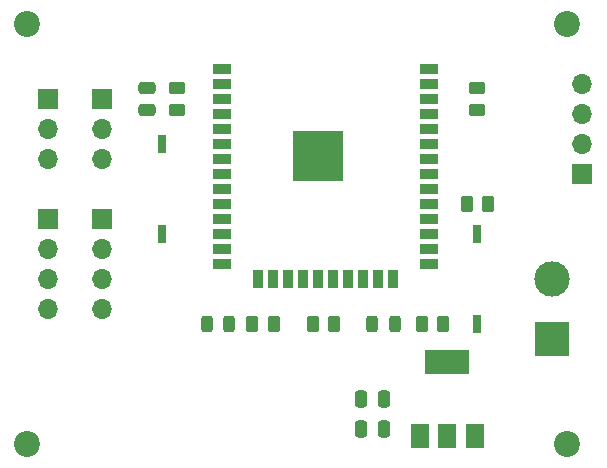
<source format=gbr>
%TF.GenerationSoftware,KiCad,Pcbnew,7.0.9*%
%TF.CreationDate,2024-03-19T08:45:44+01:00*%
%TF.ProjectId,soil_moister_air,736f696c-5f6d-46f6-9973-7465725f6169,rev?*%
%TF.SameCoordinates,Original*%
%TF.FileFunction,Soldermask,Top*%
%TF.FilePolarity,Negative*%
%FSLAX46Y46*%
G04 Gerber Fmt 4.6, Leading zero omitted, Abs format (unit mm)*
G04 Created by KiCad (PCBNEW 7.0.9) date 2024-03-19 08:45:44*
%MOMM*%
%LPD*%
G01*
G04 APERTURE LIST*
G04 Aperture macros list*
%AMRoundRect*
0 Rectangle with rounded corners*
0 $1 Rounding radius*
0 $2 $3 $4 $5 $6 $7 $8 $9 X,Y pos of 4 corners*
0 Add a 4 corners polygon primitive as box body*
4,1,4,$2,$3,$4,$5,$6,$7,$8,$9,$2,$3,0*
0 Add four circle primitives for the rounded corners*
1,1,$1+$1,$2,$3*
1,1,$1+$1,$4,$5*
1,1,$1+$1,$6,$7*
1,1,$1+$1,$8,$9*
0 Add four rect primitives between the rounded corners*
20,1,$1+$1,$2,$3,$4,$5,0*
20,1,$1+$1,$4,$5,$6,$7,0*
20,1,$1+$1,$6,$7,$8,$9,0*
20,1,$1+$1,$8,$9,$2,$3,0*%
G04 Aperture macros list end*
%ADD10RoundRect,0.250000X0.262500X0.450000X-0.262500X0.450000X-0.262500X-0.450000X0.262500X-0.450000X0*%
%ADD11R,1.500000X2.000000*%
%ADD12R,3.800000X2.000000*%
%ADD13R,0.760000X1.600000*%
%ADD14RoundRect,0.243750X-0.243750X-0.456250X0.243750X-0.456250X0.243750X0.456250X-0.243750X0.456250X0*%
%ADD15RoundRect,0.250000X0.250000X0.475000X-0.250000X0.475000X-0.250000X-0.475000X0.250000X-0.475000X0*%
%ADD16RoundRect,0.250000X0.450000X-0.262500X0.450000X0.262500X-0.450000X0.262500X-0.450000X-0.262500X0*%
%ADD17R,1.700000X1.700000*%
%ADD18O,1.700000X1.700000*%
%ADD19R,3.000000X3.000000*%
%ADD20C,3.000000*%
%ADD21C,2.200000*%
%ADD22RoundRect,0.250000X-0.450000X0.262500X-0.450000X-0.262500X0.450000X-0.262500X0.450000X0.262500X0*%
%ADD23RoundRect,0.250000X-0.262500X-0.450000X0.262500X-0.450000X0.262500X0.450000X-0.262500X0.450000X0*%
%ADD24R,1.500000X0.900000*%
%ADD25R,0.900000X1.500000*%
%ADD26C,0.600000*%
%ADD27R,1.050000X1.050000*%
%ADD28R,4.200000X4.200000*%
%ADD29RoundRect,0.250000X0.475000X-0.250000X0.475000X0.250000X-0.475000X0.250000X-0.475000X-0.250000X0*%
G04 APERTURE END LIST*
D10*
%TO.C,R1*%
X152042500Y-106680000D03*
X150217500Y-106680000D03*
%TD*%
D11*
%TO.C,U2*%
X150100000Y-116180000D03*
X152400000Y-116180000D03*
D12*
X152400000Y-109880000D03*
D11*
X154700000Y-116180000D03*
%TD*%
D13*
%TO.C,SW1*%
X128270000Y-91440000D03*
X128270000Y-99060000D03*
%TD*%
D14*
%TO.C,D1*%
X132055000Y-106680000D03*
X133930000Y-106680000D03*
%TD*%
D15*
%TO.C,C2*%
X147000000Y-115570000D03*
X145100000Y-115570000D03*
%TD*%
D16*
%TO.C,R3*%
X154940000Y-88542500D03*
X154940000Y-86717500D03*
%TD*%
D17*
%TO.C,J4*%
X123190000Y-87645000D03*
D18*
X123190000Y-90185000D03*
X123190000Y-92725000D03*
%TD*%
D19*
%TO.C,J5*%
X161290000Y-107950000D03*
D20*
X161290000Y-102870000D03*
%TD*%
D13*
%TO.C,SW2*%
X154940000Y-99060000D03*
X154940000Y-106680000D03*
%TD*%
D15*
%TO.C,C3*%
X147000000Y-113030000D03*
X145100000Y-113030000D03*
%TD*%
D21*
%TO.C,REF\u002A\u002A*%
X162560000Y-116840000D03*
%TD*%
D22*
%TO.C,R2*%
X129540000Y-86717500D03*
X129540000Y-88542500D03*
%TD*%
D21*
%TO.C,REF\u002A\u002A*%
X116840000Y-116840000D03*
%TD*%
D23*
%TO.C,R4*%
X154027500Y-96520000D03*
X155852500Y-96520000D03*
%TD*%
D24*
%TO.C,U1*%
X133350000Y-85090000D03*
X133350000Y-86360000D03*
X133350000Y-87630000D03*
X133350000Y-88900000D03*
X133350000Y-90170000D03*
X133350000Y-91440000D03*
X133350000Y-92710000D03*
X133350000Y-93980000D03*
X133350000Y-95250000D03*
X133350000Y-96520000D03*
X133350000Y-97790000D03*
X133350000Y-99060000D03*
X133350000Y-100330000D03*
X133350000Y-101600000D03*
D25*
X136390000Y-102850000D03*
X137660000Y-102850000D03*
X138930000Y-102850000D03*
X140200000Y-102850000D03*
X141470000Y-102850000D03*
X142740000Y-102850000D03*
X144010000Y-102850000D03*
X145280000Y-102850000D03*
X146550000Y-102850000D03*
X147820000Y-102850000D03*
D24*
X150850000Y-101600000D03*
X150850000Y-100330000D03*
X150850000Y-99060000D03*
X150850000Y-97790000D03*
X150850000Y-96520000D03*
X150850000Y-95250000D03*
X150850000Y-93980000D03*
X150850000Y-92710000D03*
X150850000Y-91440000D03*
X150850000Y-90170000D03*
X150850000Y-88900000D03*
X150850000Y-87630000D03*
X150850000Y-86360000D03*
X150850000Y-85090000D03*
D26*
X139895000Y-91667500D03*
X139895000Y-93192500D03*
X140657500Y-90905000D03*
X140657500Y-92430000D03*
X140657500Y-93955000D03*
D27*
X141420000Y-90905000D03*
D26*
X141420000Y-91667500D03*
D28*
X141420000Y-92430000D03*
D26*
X141420000Y-93192500D03*
X142182500Y-90905000D03*
X142182500Y-92430000D03*
X142182500Y-93955000D03*
X142945000Y-91667500D03*
X142945000Y-93192500D03*
%TD*%
D14*
%TO.C,D2*%
X146050000Y-106680000D03*
X147925000Y-106680000D03*
%TD*%
D21*
%TO.C,REF\u002A\u002A*%
X162560000Y-81280000D03*
%TD*%
D17*
%TO.C,J1*%
X118540000Y-97800000D03*
D18*
X118540000Y-100340000D03*
X118540000Y-102880000D03*
X118540000Y-105420000D03*
%TD*%
D23*
%TO.C,R5*%
X140995000Y-106680000D03*
X142820000Y-106680000D03*
%TD*%
D17*
%TO.C,J2*%
X123190000Y-97800000D03*
D18*
X123190000Y-100340000D03*
X123190000Y-102880000D03*
X123190000Y-105420000D03*
%TD*%
D23*
%TO.C,R6*%
X135890000Y-106680000D03*
X137715000Y-106680000D03*
%TD*%
D17*
%TO.C,J6*%
X163830000Y-93980000D03*
D18*
X163830000Y-91440000D03*
X163830000Y-88900000D03*
X163830000Y-86360000D03*
%TD*%
D29*
%TO.C,C1*%
X127000000Y-88580000D03*
X127000000Y-86680000D03*
%TD*%
D21*
%TO.C,REF\u002A\u002A*%
X116840000Y-81280000D03*
%TD*%
D17*
%TO.C,J3*%
X118540000Y-87645000D03*
D18*
X118540000Y-90185000D03*
X118540000Y-92725000D03*
%TD*%
M02*

</source>
